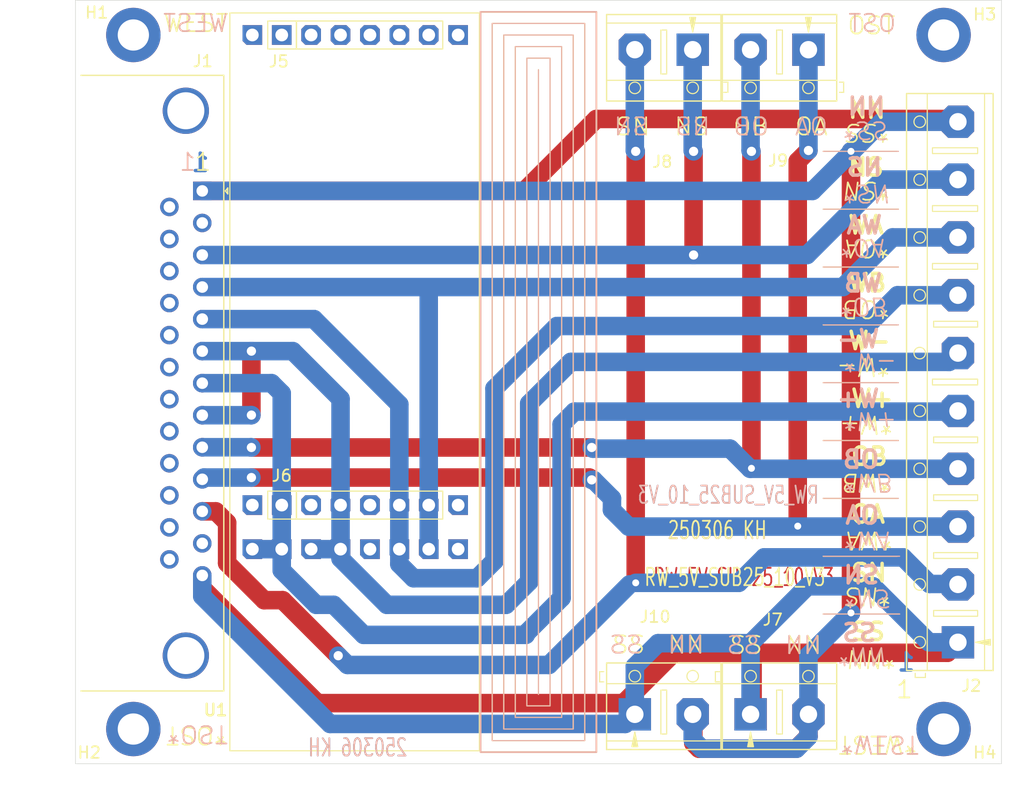
<source format=kicad_pcb>
(kicad_pcb (version 20240108) (generator "pcbnew") (generator_version "8.0")
  (layers (0 "F.Cu" signal) (31 "B.Cu" signal) (34 "B.Paste" user) (35 "F.Paste" user) (36 "B.SilkS" user "B.Silkscreen") (37 "F.SilkS" user "F.Silkscreen") (38 "B.Mask" user) (39 "F.Mask" user) (44 "Edge.Cuts" user))
  (net 0 "")
  (net 2 "/WB")
  (net 5 "/NN")
  (net 7 "/OB")
  (net 10 "/WA")
  (net 13 "/SN")
  (net 16 "/W-")
  (net 17 "/W+")
  (net 18 "/SS")
  (net 19 "/OA")
  (net 23 "/NS")
  (footprint "MountingHole:MountingHole_2.7mm_M2.5_DIN965_Pad_TopBottom" (layer "F.Cu") (at 102.9 87.94)
    (property "Reference" "H4" (at 3.556 2.032 0) (layer "F.SilkS"))
    (property "Value" "MountingHole" (hide yes))
    (pad "1" thru_hole circle (at 0 0) (size 3.1 3.1) (drill 2.7) (layers "*.Cu" "*.Mask"))
    (pad "1" connect circle (at 0 0) (size 4.7 4.7) (layers "F.Cu" "F.Mask"))
    (pad "1" connect circle (at 0 0) (size 4.7 4.7) (layers "B.Cu" "B.Mask"))
  )
  (footprint "_kh_library:Screw_Terminal_01x02_P5" (layer "F.Cu") (at 81.225 29.21 -90)
    (property "Reference" "J8" (at 9.69 2.625 0) (layer "F.SilkS"))
    (property "Value" "Screw_Terminal_01x02_P5" (hide yes))
    (fp_line (start -2.3 -2.44) (end -2.3 7.44) (stroke (width 0.1)) (layer "F.SilkS"))
    (fp_line (start 2.65 -2.44) (end 2.65 7.44) (stroke (width 0.1)) (layer "F.SilkS"))
    (fp_line (start 2.81 -3.04) (end 2.81 -2.68) (stroke (width 0.1)) (layer "F.SilkS"))
    (fp_line (start 2.81 -3.04) (end 3.69 -3.04) (stroke (width 0.1)) (layer "F.SilkS"))
    (fp_line (start 3.69 -3.04) (end 3.69 -2.68) (stroke (width 0.1)) (layer "F.SilkS"))
    (fp_rect (start -1.7 2.25) (end 2.1 2.75) (stroke (width 0.1)) (fill none) (layer "F.SilkS"))
    (fp_rect (start -3.04 -2.44) (end 4.44 7.44) (stroke (width 0.12)) (fill none) (layer "F.SilkS"))
    (fp_circle (center 3.3 5) (end 3.8 5) (stroke (width 0.1)) (fill none) (layer "F.SilkS"))
    (fp_circle (center 3.3 0) (end 3.8 0) (stroke (width 0.1)) (fill none) (layer "F.SilkS"))
    (fp_poly (pts (xy -2.794 -0.254) (xy -1.524 0) (xy -2.794 0.254)) (stroke (width 0.1)) (fill solid) (layer "F.SilkS"))
    (pad "1" thru_hole rect (at 0 0 270) (size 2.8 2.8) (drill 1.5) (layers "*.Cu" "*.Mask") (net 23 "/NS"))
    (pad "2" thru_hole roundrect (at 0 5 270) (size 2.8 2.8) (drill 1.5) (layers "*.Cu" "*.Mask") (roundrect_rratio 0) (chamfer_ratio 0.2) (chamfer top_left top_right bottom_left bottom_right) (net 13 "/SN"))
  )
  (footprint "_kh_library:Screw_Terminal_01x02_P5" (layer "F.Cu") (at 76.225 86.67 90)
    (property "Reference" "J10" (at 8.438 1.753 0) (layer "F.SilkS"))
    (property "Value" "Screw_Terminal_01x02_P5")
    (fp_line (start 3.69 -3.04) (end 3.69 -2.68) (stroke (width 0.1)) (layer "F.SilkS"))
    (fp_line (start 2.81 -3.04) (end 3.69 -3.04) (stroke (width 0.1)) (layer "F.SilkS"))
    (fp_line (start 2.81 -3.04) (end 2.81 -2.68) (stroke (width 0.1)) (layer "F.SilkS"))
    (fp_line (start 2.65 -2.44) (end 2.65 7.44) (stroke (width 0.1)) (layer "F.SilkS"))
    (fp_line (start -2.3 -2.44) (end -2.3 7.44) (stroke (width 0.1)) (layer "F.SilkS"))
    (fp_rect (start -3.04 -2.44) (end 4.44 7.44) (stroke (width 0.12)) (fill none) (layer "F.SilkS"))
    (fp_rect (start -1.7 2.25) (end 2.1 2.75) (stroke (width 0.1)) (fill none) (layer "F.SilkS"))
    (fp_circle (center 3.3 0) (end 3.8 0) (stroke (width 0.1)) (fill none) (layer "F.SilkS"))
    (fp_circle (center 3.3 5) (end 3.8 5) (stroke (width 0.1)) (fill none) (layer "F.SilkS"))
    (fp_poly (pts (xy -2.794 -0.254) (xy -1.524 0) (xy -2.794 0.254)) (stroke (width 0.1)) (fill solid) (layer "F.SilkS"))
    (pad "1" thru_hole rect (at 0 0 90) (size 2.8 2.8) (drill 1.5) (layers "*.Cu" "*.Mask") (net 18 "/SS"))
    (pad "2" thru_hole roundrect (at 0 5 90) (size 2.8 2.8) (drill 1.5) (layers "*.Cu" "*.Mask") (roundrect_rratio 0) (chamfer_ratio 0.2) (chamfer top_left top_right bottom_left bottom_right) (net 5 "/NN"))
  )
  (footprint "MountingHole:MountingHole_2.7mm_M2.5_DIN965_Pad_TopBottom" (layer "F.Cu") (at 102.9 27.94)
    (property "Reference" "H3" (at 3.556 -1.778 0) (layer "F.SilkS"))
    (property "Value" "MountingHole" (hide yes))
    (pad "1" thru_hole circle (at 0 0) (size 3.1 3.1) (drill 2.7) (layers "*.Cu" "*.Mask"))
    (pad "1" connect circle (at 0 0) (size 4.7 4.7) (layers "F.Cu" "F.Mask"))
    (pad "1" connect circle (at 0 0) (size 4.7 4.7) (layers "B.Cu" "B.Mask"))
  )
  (footprint "_kh_library:PinSocket_1x06_P2.54mm_Vertical_1.1_kh" (layer "F.Cu") (at 45.72 68.58 90)
    (property "Reference" "J6" (at 2.54 0 180) (layer "F.SilkS"))
    (property "Value" "Conn_01x06")
    (fp_line (start -1.21 1.27) (end 1.21 1.27) (stroke (width 0.12)) (layer "F.SilkS"))
    (fp_rect (start -1.21 -1.21) (end 1.21 13.91) (stroke (width 0.1)) (fill none) (layer "F.SilkS"))
    (pad "1" thru_hole rect (at 0 0 90) (size 1.7 1.7) (drill 1.1) (layers "*.Cu" "*.Mask") (net 17 "/W+"))
    (pad "2" thru_hole roundrect (at 0 2.54 90) (size 1.7 1.7) (drill 1.1) (layers "*.Cu" "*.Mask") (roundrect_rratio 0) (chamfer_ratio 0.2) (chamfer top_left top_right bottom_left bottom_right))
    (pad "3" thru_hole roundrect (at 0 5.08 90) (size 1.7 1.7) (drill 1.1) (layers "*.Cu" "*.Mask") (roundrect_rratio 0) (chamfer_ratio 0.2) (chamfer top_left top_right bottom_left bottom_right) (net 16 "/W-"))
    (pad "4" thru_hole roundrect (at 0 7.62 90) (size 1.7 1.7) (drill 1.1) (layers "*.Cu" "*.Mask") (roundrect_rratio 0) (chamfer_ratio 0.2) (chamfer top_left top_right bottom_left bottom_right))
    (pad "5" thru_hole roundrect (at 0 10.16 90) (size 1.7 1.7) (drill 1.1) (layers "*.Cu" "*.Mask") (roundrect_rratio 0) (chamfer_ratio 0.2) (chamfer top_left top_right bottom_left bottom_right) (net 2 "/WB"))
    (pad "6" thru_hole roundrect (at 0 12.7 90) (size 1.7 1.7) (drill 1.1) (layers "*.Cu" "*.Mask") (roundrect_rratio 0) (chamfer_ratio 0.2) (chamfer top_left top_right bottom_left bottom_right) (net 10 "/WA"))
  )
  (footprint "MountingHole:MountingHole_2.7mm_M2.5_DIN965_Pad_TopBottom" (layer "F.Cu") (at 32.9 27.94)
    (property "Reference" "H1" (at -3.17 -1.94 0) (layer "F.SilkS"))
    (property "Value" "MountingHole" (hide yes))
    (pad "1" thru_hole circle (at 0 0) (size 3.1 3.1) (drill 2.7) (layers "*.Cu" "*.Mask"))
    (pad "1" connect circle (at 0 0) (size 4.7 4.7) (layers "F.Cu" "F.Mask"))
    (pad "1" connect circle (at 0 0) (size 4.7 4.7) (layers "B.Cu" "B.Mask"))
  )
  (footprint "_kh_library:PinSocket_1x06_P2.54mm_Vertical_1.1_kh" (layer "F.Cu") (at 45.72 27.94 90)
    (property "Reference" "J5" (at -2.286 -0.254 180) (layer "F.SilkS"))
    (property "Value" "Conn_01x06")
    (fp_line (start -1.21 1.27) (end 1.21 1.27) (stroke (width 0.12)) (layer "F.SilkS"))
    (fp_rect (start -1.21 -1.21) (end 1.21 13.91) (stroke (width 0.1)) (fill none) (layer "F.SilkS"))
    (pad "1" thru_hole rect (at 0 0 90) (size 1.7 1.7) (drill 1.1) (layers "*.Cu" "*.Mask"))
    (pad "2" thru_hole roundrect (at 0 2.54 90) (size 1.7 1.7) (drill 1.1) (layers "*.Cu" "*.Mask") (roundrect_rratio 0) (chamfer_ratio 0.2) (chamfer top_left top_right bottom_left bottom_right))
    (pad "3" thru_hole roundrect (at 0 5.08 90) (size 1.7 1.7) (drill 1.1) (layers "*.Cu" "*.Mask") (roundrect_rratio 0) (chamfer_ratio 0.2) (chamfer top_left top_right bottom_left bottom_right))
    (pad "4" thru_hole roundrect (at 0 7.62 90) (size 1.7 1.7) (drill 1.1) (layers "*.Cu" "*.Mask") (roundrect_rratio 0) (chamfer_ratio 0.2) (chamfer top_left top_right bottom_left bottom_right))
    (pad "5" thru_hole roundrect (at 0 10.16 90) (size 1.7 1.7) (drill 1.1) (layers "*.Cu" "*.Mask") (roundrect_rratio 0) (chamfer_ratio 0.2) (chamfer top_left top_right bottom_left bottom_right))
    (pad "6" thru_hole roundrect (at 0 12.7 90) (size 1.7 1.7) (drill 1.1) (layers "*.Cu" "*.Mask") (roundrect_rratio 0) (chamfer_ratio 0.2) (chamfer top_left top_right bottom_left bottom_right))
  )
  (footprint "_kh_library:AC_5V_supply_6pol_PinsOnly" (layer "F.Cu") (at 43.18 72.39 90)
    (property "Reference" "U1" (at -13.91 -3.18 0) (layer "F.SilkS") (effects (font (thickness 0.2) (bold yes))))
    (property "Value" "~" (hide yes))
    (pad "1" thru_hole roundrect (at 0 0 90) (size 1.7 1.7) (drill 1.1) (layers "*.Cu" "*.Mask") (roundrect_rratio 0) (chamfer_ratio 0.2) (chamfer top_left) (net 17 "/W+"))
    (pad "2" thru_hole roundrect (at 0 2.54 90) (size 1.7 1.7) (drill 1.1) (layers "*.Cu" "*.Mask") (roundrect_rratio 0) (chamfer_ratio 0.2) (chamfer top_left) (net 17 "/W+"))
    (pad "3" thru_hole roundrect (at 0 5.08 90) (size 1.7 1.7) (drill 1.1) (layers "*.Cu" "*.Mask") (roundrect_rratio 0) (chamfer_ratio 0.2) (chamfer top_left) (net 16 "/W-"))
    (pad "4" thru_hole roundrect (at 0 7.62 90) (size 1.7 1.7) (drill 1.1) (layers "*.Cu" "*.Mask") (roundrect_rratio 0) (chamfer_ratio 0.2) (chamfer top_left) (net 16 "/W-"))
    (pad "5" thru_hole roundrect (at 0 10.16 90) (size 1.7 1.7) (drill 1.1) (layers "*.Cu" "*.Mask") (roundrect_rratio 0) (chamfer_ratio 0.2) (chamfer top_left))
    (pad "6" thru_hole roundrect (at 0 12.7 90) (size 1.7 1.7) (drill 1.1) (layers "*.Cu" "*.Mask") (roundrect_rratio 0) (chamfer_ratio 0.2) (chamfer top_left) (net 2 "/WB"))
    (pad "7" thru_hole roundrect (at 0 15.24 90) (size 1.7 1.7) (drill 1.1) (layers "*.Cu" "*.Mask") (roundrect_rratio 0) (chamfer_ratio 0.2) (chamfer top_left) (net 10 "/WA"))
    (pad "8" thru_hole roundrect (at 0 17.78 90) (size 1.7 1.7) (drill 1.1) (layers "*.Cu" "*.Mask") (roundrect_rratio 0) (chamfer_ratio 0.2) (chamfer top_left))
    (pad "9" thru_hole roundrect (at 3.81 0 90) (size 1.7 1.7) (drill 1.1) (layers "*.Cu" "*.Mask") (roundrect_rratio 0) (chamfer_ratio 0.2) (chamfer top_left))
    (pad "10" thru_hole roundrect (at 3.81 17.78 90) (size 1.7 1.7) (drill 1.1) (layers "*.Cu" "*.Mask") (roundrect_rratio 0) (chamfer_ratio 0.2) (chamfer top_left))
    (pad "11" thru_hole roundrect (at 44.45 0 90) (size 1.7 1.7) (drill 1.1) (layers "*.Cu" "*.Mask") (roundrect_rratio 0) (chamfer_ratio 0.2) (chamfer top_left))
    (pad "12" thru_hole roundrect (at 44.45 17.78 90) (size 1.7 1.7) (drill 1.1) (layers "*.Cu" "*.Mask") (roundrect_rratio 0) (chamfer_ratio 0.2) (chamfer top_left))
  )
  (footprint "_kh_library:DSUB-25_Male_Horizontal_P2.77x2.84mm_EdgePinOffset7.70mm_Housed_MountingHolesOffset9.12mm" (layer "F.Cu") (at 38.854 41.42 -90)
    (property "Reference" "J1" (at -11.22 -0.046 180) (layer "F.SilkS"))
    (property "Value" "DB25_Plug")
    (fp_line (start -9.99 10.48) (end -9.99 -1.86) (stroke (width 0.12)) (layer "F.SilkS"))
    (fp_line (start -9.99 -1.86) (end 43.23 -1.86) (stroke (width 0.12)) (layer "F.SilkS"))
    (fp_line (start 43.23 -1.86) (end 43.23 10.48) (stroke (width 0.12)) (layer "F.SilkS"))
    (fp_line (start 0 -2) (end -0.25 -2.2) (stroke (width 0.12)) (layer "F.SilkS"))
    (fp_line (start -0.25 -2.2) (end 0.25 -2.2) (stroke (width 0.12)) (layer "F.SilkS"))
    (fp_line (start 0.254 -2.2) (end 0 -2) (stroke (width 0.12)) (layer "F.SilkS"))
    (pad "0" thru_hole circle (at -6.93 1.42 270) (size 4 4) (drill 3.2) (layers "*.Cu" "*.Mask"))
    (pad "0" thru_hole circle (at 40.17 1.42 270) (size 4 4) (drill 3.2) (layers "*.Cu" "*.Mask"))
    (pad "1" thru_hole rect (at 0 0 270) (size 1.6 1.6) (drill 1) (layers "*.Cu" "*.Mask") (net 5 "/NN"))
    (pad "2" thru_hole circle (at 2.77 0 270) (size 1.6 1.6) (drill 1) (layers "*.Cu" "*.Mask"))
    (pad "3" thru_hole circle (at 5.54 0 270) (size 1.6 1.6) (drill 1) (layers "*.Cu" "*.Mask") (net 23 "/NS"))
    (pad "4" thru_hole circle (at 8.31 0 270) (size 1.6 1.6) (drill 1) (layers "*.Cu" "*.Mask") (net 10 "/WA"))
    (pad "5" thru_hole circle (at 11.08 0 270) (size 1.6 1.6) (drill 1) (layers "*.Cu" "*.Mask") (net 2 "/WB"))
    (pad "6" thru_hole circle (at 13.85 0 270) (size 1.6 1.6) (drill 1) (layers "*.Cu" "*.Mask") (net 16 "/W-"))
    (pad "7" thru_hole circle (at 16.62 0 270) (size 1.6 1.6) (drill 1) (layers "*.Cu" "*.Mask") (net 17 "/W+"))
    (pad "8" thru_hole circle (at 19.39 0 270) (size 1.6 1.6) (drill 1) (layers "*.Cu" "*.Mask") (net 16 "/W-"))
    (pad "9" thru_hole circle (at 22.16 0 270) (size 1.6 1.6) (drill 1) (layers "*.Cu" "*.Mask") (net 7 "/OB"))
    (pad "10" thru_hole circle (at 24.93 0 270) (size 1.6 1.6) (drill 1) (layers "*.Cu" "*.Mask") (net 19 "/OA"))
    (pad "11" thru_hole circle (at 27.7 0 270) (size 1.6 1.6) (drill 1) (layers "*.Cu" "*.Mask") (net 13 "/SN"))
    (pad "12" thru_hole circle (at 30.47 0 270) (size 1.6 1.6) (drill 1) (layers "*.Cu" "*.Mask"))
    (pad "13" thru_hole circle (at 33.24 0 270) (size 1.6 1.6) (drill 1) (layers "*.Cu" "*.Mask") (net 18 "/SS"))
    (pad "14" thru_hole circle (at 1.385 2.84 270) (size 1.6 1.6) (drill 1) (layers "*.Cu" "*.Mask"))
    (pad "15" thru_hole circle (at 4.155 2.84 270) (size 1.6 1.6) (drill 1) (layers "*.Cu" "*.Mask"))
    (pad "16" thru_hole circle (at 6.925 2.84 270) (size 1.6 1.6) (drill 1) (layers "*.Cu" "*.Mask"))
    (pad "17" thru_hole circle (at 9.695 2.84 270) (size 1.6 1.6) (drill 1) (layers "*.Cu" "*.Mask"))
    (pad "18" thru_hole circle (at 12.465 2.84 270) (size 1.6 1.6) (drill 1) (layers "*.Cu" "*.Mask"))
    (pad "19" thru_hole circle (at 15.235 2.84 270) (size 1.6 1.6) (drill 1) (layers "*.Cu" "*.Mask"))
    (pad "20" thru_hole circle (at 18.005 2.84 270) (size 1.6 1.6) (drill 1) (layers "*.Cu" "*.Mask"))
    (pad "21" thru_hole circle (at 20.775 2.84 270) (size 1.6 1.6) (drill 1) (layers "*.Cu" "*.Mask"))
    (pad "22" thru_hole circle (at 23.545 2.84 270) (size 1.6 1.6) (drill 1) (layers "*.Cu" "*.Mask"))
    (pad "23" thru_hole circle (at 26.315 2.84 270) (size 1.6 1.6) (drill 1) (layers "*.Cu" "*.Mask"))
    (pad "24" thru_hole circle (at 29.085 2.84 270) (size 1.6 1.6) (drill 1) (layers "*.Cu" "*.Mask"))
    (pad "25" thru_hole circle (at 31.855 2.84 270) (size 1.6 1.6) (drill 1) (layers "*.Cu" "*.Mask"))
  )
  (footprint "_kh_library:Screw_Terminal_01x02_P5" (layer "F.Cu") (at 86.225 86.67 90)
    (property "Reference" "J7" (at 8.184 1.913 0) (layer "F.SilkS"))
    (property "Value" "Screw_Terminal_01x02_P5" (hide yes))
    (fp_line (start 3.69 -3.04) (end 3.69 -2.68) (stroke (width 0.1)) (layer "F.SilkS"))
    (fp_line (start 2.81 -3.04) (end 3.69 -3.04) (stroke (width 0.1)) (layer "F.SilkS"))
    (fp_line (start 2.81 -3.04) (end 2.81 -2.68) (stroke (width 0.1)) (layer "F.SilkS"))
    (fp_line (start 2.65 -2.44) (end 2.65 7.44) (stroke (width 0.1)) (layer "F.SilkS"))
    (fp_line (start -2.3 -2.44) (end -2.3 7.44) (stroke (width 0.1)) (layer "F.SilkS"))
    (fp_rect (start -3.04 -2.44) (end 4.44 7.44) (stroke (width 0.12)) (fill none) (layer "F.SilkS"))
    (fp_rect (start -1.7 2.25) (end 2.1 2.75) (stroke (width 0.1)) (fill none) (layer "F.SilkS"))
    (fp_circle (center 3.3 0) (end 3.8 0) (stroke (width 0.1)) (fill none) (layer "F.SilkS"))
    (fp_circle (center 3.3 5) (end 3.8 5) (stroke (width 0.1)) (fill none) (layer "F.SilkS"))
    (fp_poly (pts (xy -2.794 -0.254) (xy -1.524 0) (xy -2.794 0.254)) (stroke (width 0.1)) (fill solid) (layer "F.SilkS"))
    (pad "1" thru_hole rect (at 0 0 90) (size 2.8 2.8) (drill 1.5) (layers "*.Cu" "*.Mask") (net 18 "/SS"))
    (pad "2" thru_hole roundrect (at 0 5 90) (size 2.8 2.8) (drill 1.5) (layers "*.Cu" "*.Mask") (roundrect_rratio 0) (chamfer_ratio 0.2) (chamfer top_left top_right bottom_left bottom_right) (net 5 "/NN"))
  )
  (footprint "MountingHole:MountingHole_2.7mm_M2.5_DIN965_Pad_TopBottom" (layer "F.Cu") (at 32.9 87.94)
    (property "Reference" "H2" (at -3.81 2.032 0) (layer "F.SilkS"))
    (property "Value" "MountingHole" (hide yes))
    (pad "1" thru_hole circle (at 0 0) (size 3.1 3.1) (drill 2.7) (layers "*.Cu" "*.Mask"))
    (pad "1" connect circle (at 0 0) (size 4.7 4.7) (layers "F.Cu" "F.Mask"))
    (pad "1" connect circle (at 0 0) (size 4.7 4.7) (layers "B.Cu" "B.Mask"))
  )
  (footprint "_kh_library:Screw_Terminal_01x10_P5" (layer "F.Cu") (at 104.14 80.44 180)
    (property "Reference" "J2" (at -1.16 -3.76 180) (layer "F.SilkS"))
    (property "Value" "Screw_Terminal_01x10_P5")
    (fp_line (start 3.69 -3.04) (end 3.69 -2.68) (stroke (width 0.1)) (layer "F.SilkS"))
    (fp_line (start 2.81 -3.04) (end 3.69 -3.04) (stroke (width 0.1)) (layer "F.SilkS"))
    (fp_line (start 2.81 -3.04) (end 2.81 -2.68) (stroke (width 0.1)) (layer "F.SilkS"))
    (fp_line (start 2.65 -2.44) (end 2.65 47.44) (stroke (width 0.1)) (layer "F.SilkS"))
    (fp_line (start -2.3 -2.44) (end -2.3 47.44) (stroke (width 0.1)) (layer "F.SilkS"))
    (fp_rect (start -1.7 42.25) (end 2.2 42.75) (stroke (width 0.1)) (fill none) (layer "F.SilkS"))
    (fp_rect (start -1.7 37.25) (end 2.2 37.75) (stroke (width 0.1)) (fill none) (layer "F.SilkS"))
    (fp_rect (start -1.7 32.25) (end 2.2 32.75) (stroke (width 0.1)) (fill none) (layer "F.SilkS"))
    (fp_rect (start -1.7 27.25) (end 2.1 27.75) (stroke (width 0.1)) (fill none) (layer "F.SilkS"))
    (fp_rect (start -1.7 22.25) (end 2.2 22.75) (stroke (width 0.1)) (fill none) (layer "F.SilkS"))
    (fp_rect (start -1.7 17.25) (end 2.1 17.75) (stroke (width 0.1)) (fill none) (layer "F.SilkS"))
    (fp_rect (start -1.7 12.25) (end 2.1 12.75) (stroke (width 0.1)) (fill none) (layer "F.SilkS"))
    (fp_rect (start -1.7 7.25) (end 2.1 7.75) (stroke (width 0.1)) (fill none) (layer "F.SilkS"))
    (fp_rect (start -1.7 2.25) (end 2.1 2.75) (stroke (width 0.1)) (fill none) (layer "F.SilkS"))
    (fp_rect (start -3.04 -2.44) (end 4.44 47.44) (stroke (width 0.12)) (fill none) (layer "F.SilkS"))
    (fp_circle (center 3.3 45) (end 3.8 45) (stroke (width 0.1)) (fill none) (layer "F.SilkS"))
    (fp_circle (center 3.3 40) (end 3.8 40) (stroke (width 0.1)) (fill none) (layer "F.SilkS"))
    (fp_circle (center 3.3 35) (end 3.8 35) (stroke (width 0.1)) (fill none) (layer "F.SilkS"))
    (fp_circle (center 3.3 30) (end 3.8 30) (stroke (width 0.1)) (fill none) (layer "F.SilkS"))
    (fp_circle (center 3.3 25) (end 3.8 25) (stroke (width 0.1)) (fill none) (layer "F.SilkS"))
    (fp_circle (center 3.3 20) (end 3.8 20) (stroke (width 0.1)) (fill none) (layer "F.SilkS"))
    (fp_circle (center 3.3 15) (end 3.8 15) (stroke (width 0.1)) (fill none) (layer "F.SilkS"))
    (fp_circle (center 3.3 10) (end 3.8 10) (stroke (width 0.1)) (fill none) (layer "F.SilkS"))
    (fp_circle (center 3.3 5) (end 3.8 5) (stroke (width 0.1)) (fill none) (layer "F.SilkS"))
    (fp_circle (center 3.3 0) (end 3.8 0) (stroke (width 0.1)) (fill none) (layer "F.SilkS"))
    (fp_poly (pts (xy -2.794 -0.254) (xy -1.524 0) (xy -2.794 0.254)) (stroke (width 0.1)) (fill solid) (layer "F.SilkS"))
    (pad "1" thru_hole rect (at 0 0 180) (size 2.8 2.8) (drill 1.5) (layers "*.Cu" "*.Mask") (net 18 "/SS"))
    (pad "2" thru_hole roundrect (at 0 5 180) (size 2.8 2.8) (drill 1.5) (layers "*.Cu" "*.Mask") (roundrect_rratio 0) (chamfer_ratio 0.2) (chamfer top_left top_right bottom_left bottom_right) (net 13 "/SN"))
    (pad "3" thru_hole roundrect (at 0 10 180) (size 2.8 2.8) (drill 1.5) (layers "*.Cu" "*.Mask") (roundrect_rratio 0) (chamfer_ratio 0.2) (chamfer top_left top_right bottom_left bottom_right) (net 19 "/OA"))
    (pad "4" thru_hole roundrect (at 0 15 180) (size 2.8 2.8) (drill 1.5) (layers "*.Cu" "*.Mask") (roundrect_rratio 0) (chamfer_ratio 0.2) (chamfer top_left top_right bottom_left bottom_right) (net 7 "/OB"))
    (pad "5" thru_hole roundrect (at 0 20 180) (size 2.8 2.8) (drill 1.5) (layers "*.Cu" "*.Mask") (roundrect_rratio 0) (chamfer_ratio 0.2) (chamfer top_left top_right bottom_left bottom_right) (net 17 "/W+"))
    (pad "6" thru_hole roundrect (at 0 25 180) (size 2.8 2.8) (drill 1.5) (layers "*.Cu" "*.Mask") (roundrect_rratio 0) (chamfer_ratio 0.2) (chamfer top_left top_right bottom_left bottom_right) (net 16 "/W-"))
    (pad "7" thru_hole roundrect (at 0 30 180) (size 2.8 2.8) (drill 1.5) (layers "*.Cu" "*.Mask") (roundrect_rratio 0) (chamfer_ratio 0.2) (chamfer top_left top_right bottom_left bottom_right) (net 2 "/WB"))
    (pad "8" thru_hole roundrect (at 0 35 180) (size 2.8 2.8) (drill 1.5) (layers "*.Cu" "*.Mask") (roundrect_rratio 0) (chamfer_ratio 0.2) (chamfer top_left top_right bottom_left bottom_right) (net 10 "/WA"))
    (pad "9" thru_hole roundrect (at 0 40 180) (size 2.8 2.8) (drill 1.5) (layers "*.Cu" "*.Mask") (roundrect_rratio 0) (chamfer_ratio 0.2) (chamfer top_left top_right bottom_left bottom_right) (net 23 "/NS"))
    (pad "10" thru_hole roundrect (at 0 45 180) (size 2.8 2.8) (drill 1.5) (layers "*.Cu" "*.Mask") (roundrect_rratio 0) (chamfer_ratio 0.2) (chamfer top_left top_right bottom_left bottom_right) (net 5 "/NN"))
  )
  (footprint "_kh_library:Screw_Terminal_01x02_P5" (layer "F.Cu") (at 91.225 29.21 -90)
    (property "Reference" "J9" (at 9.59 2.625 0) (layer "F.SilkS"))
    (property "Value" "Screw_Terminal_01x02_P5" (hide yes))
    (fp_line (start -2.3 -2.44) (end -2.3 7.44) (stroke (width 0.1)) (layer "F.SilkS"))
    (fp_line (start 2.65 -2.44) (end 2.65 7.44) (stroke (width 0.1)) (layer "F.SilkS"))
    (fp_line (start 2.81 -3.04) (end 2.81 -2.68) (stroke (width 0.1)) (layer "F.SilkS"))
    (fp_line (start 2.81 -3.04) (end 3.69 -3.04) (stroke (width 0.1)) (layer "F.SilkS"))
    (fp_line (start 3.69 -3.04) (end 3.69 -2.68) (stroke (width 0.1)) (layer "F.SilkS"))
    (fp_rect (start -1.7 2.25) (end 2.1 2.75) (stroke (width 0.1)) (fill none) (layer "F.SilkS"))
    (fp_rect (start -3.04 -2.44) (end 4.44 7.44) (stroke (width 0.12)) (fill none) (layer "F.SilkS"))
    (fp_circle (center 3.3 5) (end 3.8 5) (stroke (width 0.1)) (fill none) (layer "F.SilkS"))
    (fp_circle (center 3.3 0) (end 3.8 0) (stroke (width 0.1)) (fill none) (layer "F.SilkS"))
    (fp_poly (pts (xy -2.794 -0.254) (xy -1.524 0) (xy -2.794 0.254)) (stroke (width 0.1)) (fill solid) (layer "F.SilkS"))
    (pad "1" thru_hole rect (at 0 0 270) (size 2.8 2.8) (drill 1.5) (layers "*.Cu" "*.Mask") (net 19 "/OA"))
    (pad "2" thru_hole roundrect (at 0 5 270) (size 2.8 2.8) (drill 1.5) (layers "*.Cu" "*.Mask") (roundrect_rratio 0) (chamfer_ratio 0.2) (chamfer top_left top_right bottom_left bottom_right) (net 7 "/OB"))
  )
  (gr_line (start 67.9 30.94) (end 67.9 84.94) (stroke (width 0.1)) (layer "B.SilkS"))
  (gr_line (start 99 38) (end 92.5 38) (stroke (width 0.1)) (layer "B.SilkS"))
  (gr_rect (start 65.9 28.94) (end 69.9 86.94) (stroke (width 0.1)) (fill none) (layer "B.SilkS"))
  (gr_line (start 99 58) (end 92.5 58) (stroke (width 0.1)) (layer "B.SilkS"))
  (gr_line (start 99 48) (end 92.5 48) (stroke (width 0.1)) (layer "B.SilkS"))
  (gr_line (start 99 68) (end 92.5 68) (stroke (width 0.1)) (layer "B.SilkS"))
  (gr_line (start 99.1 78) (end 92.5 78) (stroke (width 0.1)) (layer "B.SilkS"))
  (gr_line (start 99.1 73) (end 92.5 73) (stroke (width 0.1)) (layer "B.SilkS"))
  (gr_line (start 99 43) (end 92.5 43) (stroke (width 0.1)) (layer "B.SilkS"))
  (gr_line (start 99 63) (end 92.5 63) (stroke (width 0.1)) (layer "B.SilkS"))
  (gr_rect (start 66.9 29.94) (end 68.9 85.94) (stroke (width 0.1)) (fill none) (layer "B.SilkS"))
  (gr_rect (start 62.9 25.94) (end 72.9 89.94) (stroke (width 0.15)) (fill none) (layer "B.SilkS"))
  (gr_rect (start 64.9 27.94) (end 70.9 87.94) (stroke (width 0.1)) (fill none) (layer "B.SilkS"))
  (gr_rect (start 63.9 26.94) (end 71.9 88.94) (stroke (width 0.1)) (fill none) (layer "B.SilkS"))
  (gr_line (start 99 53) (end 92.5 53) (stroke (width 0.1)) (layer "B.SilkS"))
  (gr_line (start 99.1 78) (end 92.5 78) (stroke (width 0.1)) (layer "F.SilkS"))
  (gr_line (start 99 43) (end 92.5 43) (stroke (width 0.1)) (layer "F.SilkS"))
  (gr_line (start 99 48) (end 92.5 48) (stroke (width 0.1)) (layer "F.SilkS"))
  (gr_rect (start 65.9 28.94) (end 69.9 86.94) (stroke (width 0.1)) (fill none) (layer "F.SilkS"))
  (gr_line (start 98.9 38) (end 92.5 38) (stroke (width 0.1)) (layer "F.SilkS"))
  (gr_line (start 98.9 73) (end 92.5 73) (stroke (width 0.1)) (layer "F.SilkS"))
  (gr_line (start 67.9 30.94) (end 67.9 84.94) (stroke (width 0.1)) (layer "F.SilkS"))
  (gr_rect (start 41.237 26.035) (end 62.791 89.819) (stroke (width 0.1)) (fill none) (layer "F.SilkS"))
  (gr_line (start 99 63) (end 92.5 63) (stroke (width 0.1)) (layer "F.SilkS"))
  (gr_rect (start 62.9 25.94) (end 72.9 89.94) (stroke (width 0.15)) (fill none) (layer "F.SilkS"))
  (gr_rect (start 64.9 27.94) (end 70.9 87.94) (stroke (width 0.1)) (fill none) (layer "F.SilkS"))
  (gr_line (start 98.9 53) (end 92.5 53) (stroke (width 0.1)) (layer "F.SilkS"))
  (gr_rect (start 66.9 29.94) (end 68.9 85.94) (stroke (width 0.1)) (fill none) (layer "F.SilkS"))
  (gr_rect (start 63.9 26.94) (end 71.9 88.94) (stroke (width 0.1)) (fill none) (layer "F.SilkS"))
  (gr_line (start 98.9 58) (end 92.5 58) (stroke (width 0.1)) (layer "F.SilkS"))
  (gr_line (start 98.9 68) (end 92.5 68) (stroke (width 0.1)) (layer "F.SilkS"))
  (gr_rect (start 27.9 24.94) (end 107.9 90.94) (stroke (width 0.05)) (fill none) (layer "Edge.Cuts"))
  (gr_text "250306 KH" (at 78.994 71.628 0) (layer "F.Cu") (effects (font (size 1.5 1) (thickness 0.15) (bold yes)) (justify left bottom)))
  (gr_text "RW_5V_SUB25_10_V3" (at 77.724 75.692 0) (layer "F.Cu") (effects (font (size 1.5 1) (thickness 0.15) (bold yes)) (justify left bottom)))
  (gr_text "1" (at 39.6 38.1 0) (layer "B.Cu") (effects (font (size 1.5 1.5) (thickness 0.3) (bold yes)) (justify left top mirror)))
  (gr_text "RW_5V_SUB25_10_V3" (at 92.202 68.58 0) (layer "B.Cu") (effects (font (size 1.5 1) (thickness 0.15) (bold yes)) (justify left bottom mirror)))
  (gr_text "250306 KH" (at 56.642 90.424 0) (layer "B.Cu") (effects (font (size 1.5 1) (thickness 0.15) (bold yes)) (justify left bottom mirror)))
  (gr_text "1" (at 100.584 81.28 0) (layer "B.Cu") (effects (font (size 1.5 1.5) (thickness 0.3) (bold yes)) (justify left top mirror)))
  (gr_text "*OST" (at 35.7 87.5 180) (layer "B.SilkS") (effects (font (size 1.5 1.5)) (justify left bottom mirror)))
  (gr_text "OST" (at 98.9 27.8 0) (layer "B.SilkS") (effects (font (size 1.5 1.5)) (justify left bottom mirror)))
  (gr_text "SN" (at 77.508 36.74 0) (layer "B.SilkS") (effects (font (size 1.5 1.5)) (justify left bottom mirror)))
  (gr_text "WEST" (at 41.2 27.8 0) (layer "B.SilkS") (effects (font (size 1.5 1.5)) (justify left bottom mirror)))
  (gr_text "W+" (at 97.5 60.25 0) (layer "B.SilkS") (effects (font (size 1.5 1.5) (thickness 0.3) (bold yes)) (justify left bottom mirror)))
  (gr_text "SS" (at 97.25 80.5 0) (layer "B.SilkS") (effects (font (size 1.5 1.5) (thickness 0.3) (bold yes)) (justify left bottom mirror)))
  (gr_text "RW_5V_SUB25_10_V3" (at 92.202 68.58 0) (layer "B.SilkS") (effects (font (size 1.5 1) (thickness 0.15) (bold yes)) (justify left bottom mirror)))
  (gr_text "NN" (at 98 35 0) (layer "B.SilkS") (effects (font (size 1.5 1.5) (thickness 0.3) (bold yes)) (justify left bottom mirror)))
  (gr_text "*NN" (at 93.5 80.75 180) (layer "B.SilkS") (effects (font (size 1.5 1.5) (thickness 0.15) (italic yes)) (justify left bottom mirror)))
  (gr_text "*SS" (at 93.948 35.284 180) (layer "B.SilkS") (effects (font (size 1.5 1.5) (thickness 0.15) (italic yes)) (justify left bottom mirror)))
  (gr_text "*OB" (at 93.694 50.524 180) (layer "B.SilkS") (effects (font (size 1.5 1.5) (thickness 0.15) (italic yes)) (justify left bottom mirror)))
  (gr_text "SN" (at 97.504 75.5 0) (layer "B.SilkS") (effects (font (size 1.5 1.5) (thickness 0.3) (bold yes)) (justify left bottom mirror)))
  (gr_text "*WEST" (at 93.9 88.4 180) (layer "B.SilkS") (effects (font (size 1.5 1.5)) (justify left bottom mirror)))
  (gr_text "NN" (at 82.296 81.534 0) (layer "B.SilkS") (effects (font (size 1.5 1.5)) (justify left bottom mirror)))
  (gr_text "OB" (at 97.504 65.51 0) (layer "B.SilkS") (effects (font (size 1.5 1.5) (thickness 0.3) (bold yes)) (justify left bottom mirror)))
  (gr_text "OA" (at 97.504 70.336 0) (layer "B.SilkS") (effects (font (size 1.5 1.5) (thickness 0.3) (bold yes)) (justify left bottom mirror)))
  (gr_text "SS" (at 87.106 81.57 0) (layer "B.SilkS") (effects (font (size 1.5 1.5)) (justify left bottom mirror)))
  (gr_text "SS" (at 76.962 81.534 0) (layer "B.SilkS") (effects (font (size 1.5 1.5)) (justify left bottom mirror)))
  (gr_text "NS" (at 82.842 36.74 0) (layer "B.SilkS") (effects (font (size 1.5 1.5)) (justify left bottom mirror)))
  (gr_text "250306 KH" (at 56.642 90.424 0) (layer "B.SilkS") (effects (font (size 1.5 1) (thickness 0.15) (bold yes)) (justify left bottom mirror)))
  (gr_text "OB" (at 87.922 36.74 0) (layer "B.SilkS") (effects (font (size 1.5 1.5)) (justify left bottom mirror)))
  (gr_text "OA" (at 93.002 36.74 0) (layer "B.SilkS") (effects (font (size 1.5 1.5)) (justify left bottom mirror)))
  (gr_text "1" (at 38.4 39.8 0) (layer "B.SilkS") (effects (font (size 1.5 1.5)) (justify left bottom mirror)))
  (gr_text "W-" (at 97.5 55.096 0) (layer "B.SilkS") (effects (font (size 1.5 1.5) (thickness 0.3) (bold yes)) (justify left bottom mirror)))
  (gr_text "*OA" (at 93.694 45.444 180) (layer "B.SilkS") (effects (font (size 1.5 1.5) (thickness 0.15) (italic yes)) (justify left bottom mirror)))
  (gr_text "WA" (at 97.75 45.25 0) (layer "B.SilkS") (effects (font (size 1.5 1.5) (thickness 0.3) (bold yes)) (justify left bottom mirror)))
  (gr_text "*WB" (at 94 65.75 180) (layer "B.SilkS") (effects (font (size 1.5 1.5) (thickness 0.15) (italic yes)) (justify left bottom mirror)))
  (gr_text "*SN" (at 93.948 40.75 180) (layer "B.SilkS") (effects (font (size 1.5 1.5) (thickness 0.15) (italic yes)) (justify left bottom mirror)))
  (gr_text "*WA" (at 94 70.75 180) (layer "B.SilkS") (effects (font (size 1.5 1.5) (thickness 0.15) (italic yes)) (justify left bottom mirror)))
  (gr_text "*W-" (at 94 55.35 180) (layer "B.SilkS") (effects (font (size 1.5 1.5) (thickness 0.15) (italic yes)) (justify left bottom mirror)))
  (gr_text "NN" (at 92.44 81.57 0) (layer "B.SilkS") (effects (font (size 1.5 1.5)) (justify left bottom mirror)))
  (gr_text "NS" (at 97.75 40.25 0) (layer "B.SilkS") (effects (font (size 1.5 1.5) (thickness 0.3) (bold yes)) (justify left bottom mirror)))
  (gr_text "*W+" (at 94 60.43 180) (layer "B.SilkS") (effects (font (size 1.5 1.5) (thickness 0.15) (italic yes)) (justify left bottom mirror)))
  (gr_text "WB" (at 97.75 50.27 0) (layer "B.SilkS") (effects (font (size 1.5 1.5) (thickness 0.3) (bold yes)) (justify left bottom mirror)))
  (gr_text "*NS" (at 94 75.75 180) (layer "B.SilkS") (effects (font (size 1.5 1.5) (thickness 0.15) (italic yes)) (justify left bottom mirror)))
  (gr_text "SN" (at 94.75 75.32 0) (layer "F.SilkS") (effects (font (size 1.5 1.5) (thickness 0.3) (bold yes)) (justify left bottom)))
  (gr_text "W+" (at 94.75 60.25 0) (layer "F.SilkS") (effects (font (size 1.5 1.5) (thickness 0.3) (bold yes)) (justify left bottom)))
  (gr_text "*SS" (at 98.5 35.5 180) (layer "F.SilkS") (effects (font (size 1.5 1.5) (thickness 0.15) (italic yes)) (justify left bottom)))
  (gr_text "OB" (at 94.75 65.25 0) (layer "F.SilkS") (effects (font (size 1.5 1.5) (thickness 0.3) (bold yes)) (justify left bottom)))
  (gr_text "*WEST" (at 100.7 88.4 180) (layer "F.SilkS") (effects (font (size 1.5 1.5)) (justify left bottom)))
  (gr_text "*SN" (at 98.5 40.5 180) (layer "F.SilkS") (effects (font (size 1.5 1.5) (thickness 0.15) (italic yes)) (justify left bottom)))
  (gr_text "WA" (at 94.5 45.25 0) (layer "F.SilkS") (effects (font (size 1.5 1.5) (thickness 0.3) (bold yes)) (justify left bottom)))
  (gr_text "250306 KH" (at 78.994 71.628 0) (layer "F.SilkS") (effects (font (size 1.5 1) (thickness 0.15) (bold yes)) (justify left bottom)))
  (gr_text "*WB" (at 98.602 65.75 180) (layer "F.SilkS") (effects (font (size 1.5 1.5) (thickness 0.15) (italic yes)) (justify left bottom)))
  (gr_text "*NN" (at 99 81 180) (layer "F.SilkS") (effects (font (size 1.5 1.5) (thickness 0.15) (italic yes)) (justify left bottom)))
  (gr_text "NN" (at 78.994 81.534 0) (layer "F.SilkS") (effects (font (size 1.5 1.5)) (justify left bottom)))
  (gr_text "OA" (at 94.75 70.25 0) (layer "F.SilkS") (effects (font (size 1.5 1.5) (thickness 0.3) (bold yes)) (justify left bottom)))
  (gr_text "1" (at 98.7 85.4 0) (layer "F.SilkS") (effects (font (size 1.5 1.5)) (justify left bottom)))
  (gr_text "*WA" (at 98.75 70.75 180) (layer "F.SilkS") (effects (font (size 1.5 1.5) (thickness 0.15) (italic yes)) (justify left bottom)))
  (gr_text "WEST" (at 35.4 27.8 0) (layer "F.SilkS") (effects (font (size 1.5 1.5)) (justify left bottom)))
  (gr_text "NS" (at 94.5 40.25 0) (layer "F.SilkS") (effects (font (size 1.5 1.5) (thickness 0.3) (bold yes)) (justify left bottom)))
  (gr_text "RW_5V_SUB25_10_V3" (at 76.962 75.692 0) (layer "F.SilkS") (effects (font (size 1.5 1) (thickness 0.15) (bold yes)) (justify left bottom)))
  (gr_text "OST" (at 94.5 28 0) (layer "F.SilkS") (effects (font (size 1.5 1.5)) (justify left bottom)))
  (gr_text "NN" (at 94.5 35.25 0) (layer "F.SilkS") (effects (font (size 1.5 1.5) (thickness 0.3) (bold yes)) (justify left bottom)))
  (gr_text "*W+" (at 98.75 60.75 180) (layer "F.SilkS") (effects (font (size 1.5 1.5) (thickness 0.15) (italic yes)) (justify left bottom)))
  (gr_text "*OB" (at 98.5 50.75 180) (layer "F.SilkS") (effects (font (size 1.5 1.5) (thickness 0.15) (italic yes)) (justify left bottom)))
  (gr_text "NS" (at 79.54 36.74 0) (layer "F.SilkS") (effects (font (size 1.5 1.5)) (justify left bottom)))
  (gr_text "W-" (at 94.5 55.25 0) (layer "F.SilkS") (effects (font (size 1.5 1.5) (thickness 0.3) (bold yes)) (justify left bottom)))
  (gr_text "OA" (at 89.954 36.74 0) (layer "F.SilkS") (effects (font (size 1.5 1.5)) (justify left bottom)))
  (gr_text "*W-" (at 98.5 55.75 180) (layer "F.SilkS") (effects (font (size 1.5 1.5) (thickness 0.15) (italic yes)) (justify left bottom)))
  (gr_text "SN" (at 74.46 36.74 0) (layer "F.SilkS") (effects (font (size 1.5 1.5)) (justify left bottom)))
  (gr_text "NN" (at 89.138 81.57 0) (layer "F.SilkS") (effects (font (size 1.5 1.5)) (justify left bottom)))
  (gr_text "SS" (at 94.75 80.4 0) (layer "F.SilkS") (effects (font (size 1.5 1.5) (thickness 0.3) (bold yes)) (justify left bottom)))
  (gr_text "*OST" (at 41.1 87.6 180) (layer "F.SilkS") (effects (font (size 1.5 1.5)) (justify left bottom)))
  (gr_text "*NS" (at 98.602 75.574 180) (layer "F.SilkS") (effects (font (size 1.5 1.5) (thickness 0.15) (italic yes)) (justify left bottom)))
  (gr_text "1" (at 38.1 39.8 0) (layer "F.SilkS") (effects (font (size 1.5 1.5)) (justify left bottom)))
  (gr_text "SS" (at 74.168 81.534 0) (layer "F.SilkS") (effects (font (size 1.5 1.5)) (justify left bottom)))
  (gr_text "WB" (at 94.5 50.25 0) (layer "F.SilkS") (effects (font (size 1.5 1.5) (thickness 0.3) (bold yes)) (justify left bottom)))
  (gr_text "OB" (at 84.62 36.74 0) (layer "F.SilkS") (effects (font (size 1.5 1.5)) (justify left bottom)))
  (gr_text "SS" (at 84.312 81.57 0) (layer "F.SilkS") (effects (font (size 1.5 1.5)) (justify left bottom)))
  (gr_text "*OA" (at 98.5 45.5 180) (layer "F.SilkS") (effects (font (size 1.5 1.5) (thickness 0.15) (italic yes)) (justify left bottom)))
  (segment (start 55.88 59.88) (end 55.88 68.58) (width 1.6) (layer "B.Cu") (net 2))
  (segment (start 64.1 58.5) (end 64.1 73.4) (width 1.6) (layer "B.Cu") (net 2))
  (segment (start 55.88 72.39) (end 55.88 68.58) (width 1.6) (layer "B.Cu") (net 2))
  (segment (start 57.1 74.9) (end 55.88 73.68) (width 1.6) (layer "B.Cu") (net 2))
  (segment (start 96.26 53.1) (end 69.5 53.1) (width 1.6) (layer "B.Cu") (net 2))
  (segment (start 64.1 73.4) (end 62.6 74.9) (width 1.6) (layer "B.Cu") (net 2))
  (segment (start 69.5 53.1) (end 64.1 58.5) (width 1.6) (layer "B.Cu") (net 2))
  (segment (start 98.92 50.44) (end 96.26 53.1) (width 1.6) (layer "B.Cu") (net 2))
  (segment (start 104.14 50.44) (end 98.92 50.44) (width 1.6) (layer "B.Cu") (net 2))
  (segment (start 62.6 74.9) (end 57.1 74.9) (width 1.6) (layer "B.Cu") (net 2))
  (segment (start 55.88 73.68) (end 55.88 72.39) (width 1.6) (layer "B.Cu") (net 2))
  (segment (start 38.854 52.5) (end 48.5 52.5) (width 1.6) (layer "B.Cu") (net 2))
  (segment (start 48.5 52.5) (end 55.88 59.88) (width 1.6) (layer "B.Cu") (net 2))
  (segment (start 72.9 35.2) (end 103.9 35.2) (width 1.6) (layer "F.Cu") (net 5))
  (segment (start 91.225 86.67) (end 91.225 88.585) (width 1.6) (layer "F.Cu") (net 5))
  (segment (start 81.766 89.64) (end 81.28 89.154) (width 1.6) (layer "F.Cu") (net 5))
  (segment (start 94.9 38) (end 94.9 77.9) (width 1.6) (layer "F.Cu") (net 5))
  (segment (start 90.17 89.64) (end 81.766 89.64) (width 1.6) (layer "F.Cu") (net 5))
  (segment (start 81.28 89.154) (end 81.28 86.725) (width 1.6) (layer "F.Cu") (net 5))
  (segment (start 91.225 88.585) (end 90.17 89.64) (width 1.6) (layer "F.Cu") (net 5))
  (segment (start 38.854 41.42) (end 66.68 41.42) (width 1.6) (layer "F.Cu") (net 5))
  (segment (start 66.68 41.42) (end 72.9 35.2) (width 1.6) (layer "F.Cu") (net 5))
  (via (at 94.9 38) (size 1.2) (drill 0.6) (layers "F.Cu" "B.Cu") (net 5))
  (via (at 94.9 77.9) (size 1.2) (drill 0.6) (layers "F.Cu" "B.Cu") (net 5))
  (segment (start 94.9 38) (end 94.9 38.1) (width 1.6) (layer "B.Cu") (net 5))
  (segment (start 81.225 86.67) (end 81.225 88.845) (width 1.6) (layer "B.Cu") (net 5))
  (segment (start 91.225 86.67) (end 91.225 88.607) (width 1.6) (layer "B.Cu") (net 5))
  (segment (start 91.58 41.42) (end 38.854 41.42) (width 1.6) (layer "B.Cu") (net 5))
  (segment (start 91.225 86.67) (end 91.225 81.575) (width 1.6) (layer "B.Cu") (net 5))
  (segment (start 91.225 81.575) (end 94.9 77.9) (width 1.6) (layer "B.Cu") (net 5))
  (segment (start 90.192 89.64) (end 82.02 89.64) (width 1.6) (layer "B.Cu") (net 5))
  (segment (start 95 38) (end 94.9 38) (width 1.6) (layer "B.Cu") (net 5))
  (segment (start 104.14 35.44) (end 97.56 35.44) (width 1.6) (layer "B.Cu") (net 5))
  (segment (start 81.225 88.845) (end 82.02 89.64) (width 1.6) (layer "B.Cu") (net 5))
  (segment (start 94.9 38.1) (end 91.58 41.42) (width 1.6) (layer "B.Cu") (net 5))
  (segment (start 91.225 88.607) (end 90.192 89.64) (width 1.6) (layer "B.Cu") (net 5))
  (segment (start 97.56 35.44) (end 95 38) (width 1.6) (layer "B.Cu") (net 5))
  (segment (start 72.5 63.6) (end 43.1 63.6) (width 1.6) (layer "F.Cu") (net 7))
  (segment (start 86.3 38) (end 86.3 65.4) (width 1.6) (layer "F.Cu") (net 7))
  (via (at 86.3 38) (size 1.4) (drill 0.8) (layers "F.Cu" "B.Cu") (net 7))
  (via (at 72.5 63.6) (size 1.4) (drill 0.8) (layers "F.Cu" "B.Cu") (net 7))
  (via (at 86.3 65.4) (size 1.2) (drill 0.6) (layers "F.Cu" "B.Cu") (net 7))
  (via (at 43.1 63.6) (size 1.4) (drill 0.8) (layers "F.Cu" "B.Cu") (net 7))
  (segment (start 86.19 65.44) (end 84.45 63.7) (width 1.6) (layer "B.Cu") (net 7))
  (segment (start 86.225 29.21) (end 86.225 37.925) (width 1.6) (layer "B.Cu") (net 7))
  (segment (start 84.45 63.7) (end 72.6 63.7) (width 1.6) (layer "B.Cu") (net 7))
  (segment (start 104.14 65.44) (end 86.19 65.44) (width 1.6) (layer "B.Cu") (net 7))
  (segment (start 72.6 63.7) (end 72.5 63.6) (width 1.6) (layer "B.Cu") (net 7))
  (segment (start 38.854 63.58) (end 43.08 63.58) (width 1.6) (layer "B.Cu") (net 7))
  (segment (start 43.08 63.58) (end 43.1 63.6) (width 1.6) (layer "B.Cu") (net 7))
  (segment (start 86.225 37.925) (end 86.3 38) (width 1.6) (layer "B.Cu") (net 7))
  (segment (start 104.14 45.44) (end 98.49 45.44) (width 1.6) (layer "B.Cu") (net 10))
  (segment (start 58.42 68.58) (end 58.42 49.75) (width 1.6) (layer "B.Cu") (net 10))
  (segment (start 58.42 72.39) (end 58.42 68.58) (width 1.6) (layer "B.Cu") (net 10))
  (segment (start 94.2 49.73) (end 38.854 49.73) (width 1.6) (layer "B.Cu") (net 10))
  (segment (start 98.49 45.44) (end 94.2 49.73) (width 1.6) (layer "B.Cu") (net 10))
  (segment (start 76.3 38) (end 76.3 75.3) (width 1.6) (layer "F.Cu") (net 13))
  (segment (start 41 70.1) (end 40.02 69.12) (width 1.6) (layer "F.Cu") (net 13))
  (segment (start 45.8 76.8) (end 44.2 76.8) (width 1.6) (layer "F.Cu") (net 13))
  (segment (start 50.6 81.6) (end 45.8 76.8) (width 1.6) (layer "F.Cu") (net 13))
  (segment (start 41 73.6) (end 41 70.1) (width 1.6) (layer "F.Cu") (net 13))
  (segment (start 44.2 76.8) (end 41 73.6) (width 1.6) (layer "F.Cu") (net 13))
  (segment (start 40.02 69.12) (end 38.854 69.12) (width 1.6) (layer "F.Cu") (net 13))
  (via (at 76.3 75.3) (size 1.2) (drill 0.6) (layers "F.Cu" "B.Cu") (net 13))
  (via (at 50.6 81.6) (size 1.4) (drill 0.8) (layers "F.Cu" "B.Cu") (net 13))
  (via (at 76.3 38) (size 1.4) (drill 0.8) (layers "F.Cu" "B.Cu") (net 13))
  (segment (start 104.1 75.4) (end 101.7 75.4) (width 1.6) (layer "B.Cu") (net 13))
  (segment (start 85.2 75.3) (end 76.3 75.3) (width 1.6) (layer "B.Cu") (net 13))
  (segment (start 68.8 82.4) (end 51.4 82.4) (width 1.6) (layer "B.Cu") (net 13))
  (segment (start 51.4 82.4) (end 50.6 81.6) (width 1.6) (layer "B.Cu") (net 13))
  (segment (start 99.4 73.1) (end 87.4 73.1) (width 1.6) (layer "B.Cu") (net 13))
  (segment (start 75.76 75.44) (end 68.8 82.4) (width 1.6) (layer "B.Cu") (net 13))
  (segment (start 87.4 73.1) (end 85.2 75.3) (width 1.6) (layer "B.Cu") (net 13))
  (segment (start 76.225 37.925) (end 76.3 38) (width 1.6) (layer "B.Cu") (net 13))
  (segment (start 101.7 75.4) (end 99.4 73.1) (width 1.6) (layer "B.Cu") (net 13))
  (segment (start 76.225 29.21) (end 76.225 37.925) (width 1.6) (layer "B.Cu") (net 13))
  (segment (start 43.1 60.8) (end 43.1 55.27) (width 1.6) (layer "F.Cu") (net 16))
  (via (at 43.1 55.27) (size 1.4) (drill 0.8) (layers "F.Cu" "B.Cu") (net 16))
  (via (at 43.1 60.8) (size 1.4) (drill 0.8) (layers "F.Cu" "B.Cu") (net 16))
  (segment (start 70.7 56.2) (end 103.38 56.2) (width 1.6) (layer "B.Cu") (net 16))
  (segment (start 67.1 75.2) (end 67.1 59.8) (width 1.6) (layer "B.Cu") (net 16))
  (segment (start 43.1 55.27) (end 46.67 55.27) (width 1.6) (layer "B.Cu") (net 16))
  (segment (start 38.854 55.27) (end 43.1 55.27) (width 1.6) (layer "B.Cu") (net 16))
  (segment (start 50.8 59.4) (end 50.8 68.58) (width 1.6) (layer "B.Cu") (net 16))
  (segment (start 38.854 60.81) (end 43.09 60.81) (width 1.6) (layer "B.Cu") (net 16))
  (segment (start 50.8 72.39) (end 48.26 72.39) (width 1.6) (layer "B.Cu") (net 16))
  (segment (start 67.1 59.8) (end 70.7 56.2) (width 1.6) (layer "B.Cu") (net 16))
  (segment (start 50.8 72.39) (end 50.8 68.58) (width 1.6) (layer "B.Cu") (net 16))
  (segment (start 54.8 77.2) (end 65.1 77.2) (width 1.6) (layer "B.Cu") (net 16))
  (segment (start 65.1 77.2) (end 67.1 75.2) (width 1.6) (layer "B.Cu") (net 16))
  (segment (start 50.8 72.39) (end 50.8 73.2) (width 1.6) (layer "B.Cu") (net 16))
  (segment (start 46.67 55.27) (end 50.8 59.4) (width 1.6) (layer "B.Cu") (net 16))
  (segment (start 103.38 56.2) (end 104.14 55.44) (width 1.6) (layer "B.Cu") (net 16))
  (segment (start 50.8 73.2) (end 54.8 77.2) (width 1.6) (layer "B.Cu") (net 16))
  (segment (start 43.09 60.81) (end 43.1 60.8) (width 1.6) (layer "B.Cu") (net 16))
  (segment (start 38.854 58.04) (end 44.84 58.04) (width 1.6) (layer "B.Cu") (net 17))
  (segment (start 52.8 79.8) (end 66.8 79.8) (width 1.6) (layer "B.Cu") (net 17))
  (segment (start 66.8 79.8) (end 66.8 79.7) (width 1.6) (layer "B.Cu") (net 17))
  (segment (start 45.72 74.22) (end 48.7 77.2) (width 1.6) (layer "B.Cu") (net 17))
  (segment (start 45.72 72.39) (end 45.72 74.22) (width 1.6) (layer "B.Cu") (net 17))
  (segment (start 44.84 58.04) (end 45.72 58.92) (width 1.6) (layer "B.Cu") (net 17))
  (segment (start 45.72 58.92) (end 45.72 68.58) (width 1.6) (layer "B.Cu") (net 17))
  (segment (start 69.9 61.6) (end 71 60.5) (width 1.6) (layer "B.Cu") (net 17))
  (segment (start 45.72 72.39) (end 43.18 72.39) (width 1.6) (layer "B.Cu") (net 17))
  (segment (start 48.7 77.2) (end 50.2 77.2) (width 1.6) (layer "B.Cu") (net 17))
  (segment (start 45.72 72.39) (end 45.72 68.58) (width 1.6) (layer "B.Cu") (net 17))
  (segment (start 69.9 76.6) (end 69.9 61.6) (width 1.6) (layer "B.Cu") (net 17))
  (segment (start 50.2 77.2) (end 52.8 79.8) (width 1.6) (layer "B.Cu") (net 17))
  (segment (start 71 60.5) (end 104.08 60.5) (width 1.6) (layer "B.Cu") (net 17))
  (segment (start 66.8 79.7) (end 69.9 76.6) (width 1.6) (layer "B.Cu") (net 17))
  (segment (start 75.255 85.7) (end 76.225 86.67) (width 1.6) (layer "F.Cu") (net 18))
  (segment (start 86.4 81.35) (end 86.4 86.495) (width 1.6) (layer "F.Cu") (net 18))
  (segment (start 48.8 85.7) (end 75.255 85.7) (width 1.6) (layer "F.Cu") (net 18))
  (segment (start 79.605 81.35) (end 86.4 81.35) (width 1.6) (layer "F.Cu") (net 18))
  (segment (start 75.255 85.7) (end 79.605 81.35) (width 1.6) (layer "F.Cu") (net 18))
  (segment (start 38.854 75.754) (end 48.8 85.7) (width 1.6) (layer "F.Cu") (net 18))
  (segment (start 38.854 74.66) (end 38.854 75.754) (width 1.6) (layer "F.Cu") (net 18))
  (segment (start 104.14 80.44) (end 103.23 81.35) (width 1.6) (layer "F.Cu") (net 18))
  (segment (start 103.23 81.35) (end 86.4 81.35) (width 1.6) (layer "F.Cu") (net 18))
  (segment (start 78.232 80.518) (end 86.222 80.518) (width 1.6) (layer "B.Cu") (net 18))
  (segment (start 75.395 87.5) (end 76.225 86.67) (width 1.6) (layer "B.Cu") (net 18))
  (segment (start 49.9 87.5) (end 75.395 87.5) (width 1.6) (layer "B.Cu") (net 18))
  (segment (start 86.222 80.518) (end 86.225 80.515) (width 1.6) (layer "B.Cu") (net 18))
  (segment (start 38.854 74.66) (end 38.854 76.454) (width 1.6) (layer "B.Cu") (net 18))
  (segment (start 96.8 75.6) (end 91.14 75.6) (width 1.6) (layer "B.Cu") (net 18))
  (segment (start 86.225 80.515) (end 91.14 75.6) (width 1.6) (layer "B.Cu") (net 18))
  (segment (start 76.225 82.525) (end 78.232 80.518) (width 1.6) (layer "B.Cu") (net 18))
  (segment (start 38.854 76.454) (end 49.9 87.5) (width 1.6) (layer "B.Cu") (net 18))
  (segment (start 104.14 80.44) (end 101.64 80.44) (width 1.6) (layer "B.Cu") (net 18))
  (segment (start 76.225 86.67) (end 76.225 82.525) (width 1.6) (layer "B.Cu") (net 18))
  (segment (start 86.225 86.67) (end 86.225 80.515) (width 1.6) (layer "B.Cu") (net 18))
  (segment (start 101.64 80.44) (end 96.8 75.6) (width 1.6) (layer "B.Cu") (net 18))
  (segment (start 90.3 38.85) (end 90.3 70.4) (width 1.6) (layer "F.Cu") (net 19))
  (segment (start 43.1 66.2) (end 72.3 66.2) (width 1.6) (layer "F.Cu") (net 19))
  (segment (start 72.3 66.2) (end 72.5 66.4) (width 1.6) (layer "F.Cu") (net 19))
  (segment (start 91.225 37.925) (end 90.3 38.85) (width 1.6) (layer "F.Cu") (net 19))
  (via (at 91.225 37.925) (size 1.4) (drill 0.8) (layers "F.Cu" "B.Cu") (net 19))
  (via (at 72.5 66.4) (size 1.4) (drill 0.8) (layers "F.Cu" "B.Cu") (net 19))
  (via (at 90.3 70.4) (size 1.2) (drill 0.6) (layers "F.Cu" "B.Cu") (net 19))
  (via (at 43.1 66.2) (size 1.4) (drill 0.8) (layers "F.Cu" "B.Cu") (net 19))
  (segment (start 43.1 66.2) (end 39.004 66.2) (width 1.6) (layer "B.Cu") (net 19))
  (segment (start 104.14 70.44) (end 75.69 70.44) (width 1.6) (layer "B.Cu") (net 19))
  (segment (start 39.004 66.2) (end 38.854 66.35) (width 1.6) (layer "B.Cu") (net 19))
  (segment (start 75.69 70.44) (end 74.25 69) (width 1.6) (layer "B.Cu") (net 19))
  (segment (start 74.25 69) (end 74.25 68) (width 1.6) (layer "B.Cu") (net 19))
  (segment (start 72.65 66.4) (end 72.5 66.4) (width 1.6) (layer "B.Cu") (net 19))
  (segment (start 91.225 37.925) (end 91.225 29.21) (width 1.6) (layer "B.Cu") (net 19))
  (segment (start 74.25 68) (end 72.65 66.4) (width 1.6) (layer "B.Cu") (net 19))
  (segment (start 81.3 38) (end 81.3 46.96) (width 1.6) (layer "F.Cu") (net 23))
  (via (at 81.3 38) (size 1.4) (drill 0.8) (layers "F.Cu" "B.Cu") (net 23))
  (via (at 81.3 46.96) (size 1.4) (drill 0.8) (layers "F.Cu" "B.Cu") (net 23))
  (segment (start 97.62 40.44) (end 91.1 46.96) (width 1.6) (layer "B.Cu") (net 23))
  (segment (start 81.225 37.925) (end 81.3 38) (width 1.6) (layer "B.Cu") (net 23))
  (segment (start 81.3 46.96) (end 91.1 46.96) (width 1.6) (layer "B.Cu") (net 23))
  (segment (start 81.225 29.21) (end 81.225 37.925) (width 1.6) (layer "B.Cu") (net 23))
  (segment (start 38.854 46.96) (end 81.3 46.96) (width 1.6) (layer "B.Cu") (net 23))
  (segment (start 104.14 40.44) (end 97.62 40.44) (width 1.6) (layer "B.Cu") (net 23))
)
</source>
